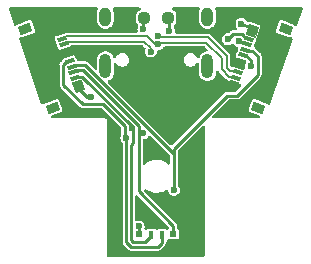
<source format=gbr>
%TF.GenerationSoftware,KiCad,Pcbnew,(6.0.9)*%
%TF.CreationDate,2022-11-22T20:55:08-05:00*%
%TF.ProjectId,040 055,30343020-3035-4352-9e6b-696361645f70,rev?*%
%TF.SameCoordinates,Original*%
%TF.FileFunction,Copper,L1,Top*%
%TF.FilePolarity,Positive*%
%FSLAX46Y46*%
G04 Gerber Fmt 4.6, Leading zero omitted, Abs format (unit mm)*
G04 Created by KiCad (PCBNEW (6.0.9)) date 2022-11-22 20:55:08*
%MOMM*%
%LPD*%
G01*
G04 APERTURE LIST*
G04 Aperture macros list*
%AMRoundRect*
0 Rectangle with rounded corners*
0 $1 Rounding radius*
0 $2 $3 $4 $5 $6 $7 $8 $9 X,Y pos of 4 corners*
0 Add a 4 corners polygon primitive as box body*
4,1,4,$2,$3,$4,$5,$6,$7,$8,$9,$2,$3,0*
0 Add four circle primitives for the rounded corners*
1,1,$1+$1,$2,$3*
1,1,$1+$1,$4,$5*
1,1,$1+$1,$6,$7*
1,1,$1+$1,$8,$9*
0 Add four rect primitives between the rounded corners*
20,1,$1+$1,$2,$3,$4,$5,0*
20,1,$1+$1,$4,$5,$6,$7,0*
20,1,$1+$1,$6,$7,$8,$9,0*
20,1,$1+$1,$8,$9,$2,$3,0*%
%AMRotRect*
0 Rectangle, with rotation*
0 The origin of the aperture is its center*
0 $1 length*
0 $2 width*
0 $3 Rotation angle, in degrees counterclockwise*
0 Add horizontal line*
21,1,$1,$2,0,0,$3*%
G04 Aperture macros list end*
%TA.AperFunction,NonConductor*%
%ADD10C,0.000010*%
%TD*%
%TA.AperFunction,NonConductor*%
%ADD11C,0.000100*%
%TD*%
%TA.AperFunction,NonConductor*%
%ADD12C,0.250000*%
%TD*%
%TA.AperFunction,SMDPad,CuDef*%
%ADD13RoundRect,0.237500X0.250000X0.237500X-0.250000X0.237500X-0.250000X-0.237500X0.250000X-0.237500X0*%
%TD*%
%TA.AperFunction,SMDPad,CuDef*%
%ADD14RotRect,0.355600X0.762000X289.000000*%
%TD*%
%TA.AperFunction,SMDPad,CuDef*%
%ADD15RotRect,0.750000X1.041400X289.000000*%
%TD*%
%TA.AperFunction,SMDPad,CuDef*%
%ADD16RotRect,0.355600X0.762000X71.000000*%
%TD*%
%TA.AperFunction,SMDPad,CuDef*%
%ADD17RotRect,0.750000X1.041400X71.000000*%
%TD*%
%TA.AperFunction,SMDPad,CuDef*%
%ADD18R,0.600000X0.500000*%
%TD*%
%TA.AperFunction,SMDPad,CuDef*%
%ADD19R,0.440000X0.750000*%
%TD*%
%TA.AperFunction,ComponentPad*%
%ADD20O,1.000000X1.600000*%
%TD*%
%TA.AperFunction,ComponentPad*%
%ADD21O,1.000000X2.100000*%
%TD*%
%TA.AperFunction,ViaPad*%
%ADD22C,0.600000*%
%TD*%
%TA.AperFunction,Conductor*%
%ADD23C,0.250000*%
%TD*%
%TA.AperFunction,Conductor*%
%ADD24C,0.200000*%
%TD*%
G04 APERTURE END LIST*
D10*
G36*
X147191949Y-66866293D02*
G01*
X146913393Y-67675278D01*
X146192907Y-67427195D01*
X146471463Y-66618210D01*
X147191949Y-66866293D01*
G37*
X147191949Y-66866293D02*
X146913393Y-67675278D01*
X146192907Y-67427195D01*
X146471463Y-66618210D01*
X147191949Y-66866293D01*
D11*
G36*
X132484934Y-72154789D02*
G01*
X131764448Y-72402872D01*
X131485892Y-71593887D01*
X132206378Y-71345804D01*
X132484934Y-72154789D01*
G37*
X132484934Y-72154789D02*
X131764448Y-72402872D01*
X131485892Y-71593887D01*
X132206378Y-71345804D01*
X132484934Y-72154789D01*
D12*
X145796000Y-66598800D02*
X146773820Y-66910365D01*
D13*
%TO.P,R2,1*%
%TO.N,GND*%
X141425000Y-66100000D03*
%TO.P,R2,2*%
%TO.N,Net-(J1-PadB5)*%
X139600000Y-66100000D03*
%TD*%
D14*
%TO.P,J2,1*%
%TO.N,GND*%
X130276180Y-66910365D03*
%TO.P,J2,2*%
X130438964Y-67383123D03*
%TO.P,J2,3*%
%TO.N,/data+*%
X130601749Y-67855884D03*
%TO.P,J2,4*%
%TO.N,/data-*%
X130764532Y-68328643D03*
%TO.P,J2,5*%
%TO.N,GND*%
X130927316Y-68801401D03*
%TO.P,J2,6*%
X131090101Y-69274161D03*
%TO.P,J2,7*%
%TO.N,/G*%
X131252885Y-69746920D03*
%TO.P,J2,8*%
%TO.N,/R*%
X131415669Y-70219681D03*
%TO.P,J2,9*%
%TO.N,/B*%
X131578453Y-70692439D03*
%TO.P,J2,10*%
%TO.N,/A*%
X131741237Y-71165197D03*
%TO.P,J2,11*%
%TO.N,+5V*%
X131904021Y-71637959D03*
%TO.P,J2,12*%
X132066805Y-72110717D03*
D15*
%TO.P,J2,13*%
%TO.N,N/C*%
X127513357Y-67026160D03*
%TO.P,J2,14*%
X129818380Y-73720433D03*
%TD*%
D16*
%TO.P,J3,1*%
%TO.N,GND*%
X144983195Y-72110717D03*
%TO.P,J3,2*%
X145145979Y-71637959D03*
%TO.P,J3,3*%
%TO.N,/data+*%
X145308763Y-71165197D03*
%TO.P,J3,4*%
%TO.N,/data-*%
X145471547Y-70692439D03*
%TO.P,J3,5*%
%TO.N,GND*%
X145634331Y-70219681D03*
%TO.P,J3,6*%
X145797115Y-69746920D03*
%TO.P,J3,7*%
%TO.N,/G*%
X145959899Y-69274161D03*
%TO.P,J3,8*%
%TO.N,/R*%
X146122684Y-68801401D03*
%TO.P,J3,9*%
%TO.N,/B*%
X146285468Y-68328643D03*
%TO.P,J3,10*%
%TO.N,/A*%
X146448251Y-67855884D03*
%TO.P,J3,11*%
%TO.N,+5V*%
X146611036Y-67383123D03*
%TO.P,J3,12*%
X146773820Y-66910365D03*
D17*
%TO.P,J3,13*%
%TO.N,N/C*%
X147231620Y-73720433D03*
%TO.P,J3,14*%
X149536643Y-67026160D03*
%TD*%
D13*
%TO.P,R1,1*%
%TO.N,Net-(J1-PadA5)*%
X137575000Y-66100000D03*
%TO.P,R1,2*%
%TO.N,GND*%
X135750000Y-66100000D03*
%TD*%
D18*
%TO.P,LED,1*%
%TO.N,/R*%
X137095000Y-84393500D03*
D19*
%TO.P,LED,2*%
%TO.N,/A*%
X138165000Y-84518500D03*
%TO.P,LED,3*%
%TO.N,/G*%
X139065000Y-84518500D03*
D18*
%TO.P,LED,4*%
%TO.N,/B*%
X140015000Y-84393500D03*
%TD*%
D20*
%TO.P,J1,S1*%
%TO.N,Net-(J1-PadS1)*%
X134280000Y-66000000D03*
D21*
X134280000Y-70180000D03*
D20*
X142920000Y-66000000D03*
D21*
X142920000Y-70180000D03*
%TD*%
D22*
%TO.N,GND*%
X139700000Y-73914000D03*
X144208500Y-65722500D03*
X147002500Y-65595500D03*
X129921000Y-70802500D03*
X145097500Y-73787000D03*
X144907000Y-68834000D03*
X135255000Y-66865500D03*
X133032500Y-74168000D03*
X141732000Y-77597000D03*
X141414500Y-67056000D03*
X137541000Y-73914000D03*
X138684000Y-83375500D03*
X132461000Y-68834000D03*
X147955000Y-68580000D03*
X140208000Y-85534500D03*
X147510500Y-72263000D03*
X133350000Y-66865500D03*
X137160000Y-82042000D03*
X138303000Y-77406500D03*
X131000500Y-73152000D03*
X136525000Y-66929000D03*
X135128000Y-80454500D03*
X136652000Y-68834000D03*
X133477000Y-68834000D03*
X143827500Y-67691000D03*
X149542500Y-65786000D03*
X135064500Y-85661500D03*
X132016500Y-66865500D03*
X141287500Y-72517000D03*
X135191500Y-68770500D03*
%TO.N,Net-(J1-PadA5)*%
X137500000Y-67050000D03*
%TO.N,Net-(J1-PadB5)*%
X139700000Y-67200000D03*
%TO.N,/R*%
X137096500Y-83756500D03*
X140081000Y-80645000D03*
%TO.N,/A*%
X136512550Y-75437450D03*
X144650000Y-67900000D03*
%TO.N,/G*%
X146600001Y-70150000D03*
X136062138Y-76237862D03*
%TO.N,/B*%
X137495399Y-75854601D03*
X145550000Y-68050000D03*
%TO.N,+5V*%
X145796000Y-66600000D03*
X133055638Y-72806838D03*
%TO.N,/data-*%
X138129479Y-68944021D03*
X138748314Y-67593188D03*
%TO.N,/data+*%
X138730521Y-68342979D03*
%TD*%
D23*
%TO.N,Net-(J1-PadA5)*%
X137500000Y-66175000D02*
X137575000Y-66100000D01*
X137500000Y-67050000D02*
X137500000Y-66175000D01*
%TO.N,Net-(J1-PadB5)*%
X139700000Y-67200000D02*
X139700000Y-66200000D01*
X139700000Y-66200000D02*
X139600000Y-66100000D01*
X139700000Y-67200000D02*
X139700000Y-67200000D01*
%TO.N,/R*%
X140100927Y-77174795D02*
X144597840Y-72677882D01*
X132553971Y-70100000D02*
X140100927Y-77646956D01*
X145399466Y-72677882D02*
X147175001Y-70902347D01*
X140081000Y-80645000D02*
X140081000Y-80220736D01*
X137095000Y-83758000D02*
X137096500Y-83756500D01*
X146725275Y-68872272D02*
X146701739Y-68895808D01*
X131750929Y-70100000D02*
X131725655Y-70125274D01*
X140081000Y-80220736D02*
X140100927Y-80200809D01*
X147175001Y-70902347D02*
X147175001Y-69321999D01*
X147175001Y-69321999D02*
X146725275Y-68872272D01*
X132553971Y-70100000D02*
X131750929Y-70100000D01*
X137095000Y-84393500D02*
X137095000Y-83758000D01*
X144597840Y-72677882D02*
X145399466Y-72677882D01*
X146701739Y-68895808D02*
X146432670Y-68895808D01*
X140100927Y-80200809D02*
X140100927Y-77174795D01*
%TO.N,/A*%
X136637139Y-75562039D02*
X136512550Y-75437450D01*
X136637139Y-76667703D02*
X136637139Y-75562039D01*
X145926789Y-67550000D02*
X146138267Y-67761478D01*
X136465671Y-84903671D02*
X136465671Y-76839171D01*
X138165000Y-84518500D02*
X138165000Y-84593000D01*
X136512550Y-75263052D02*
X136512550Y-75437450D01*
X145075001Y-67474999D02*
X144650000Y-67900000D01*
X145851788Y-67474999D02*
X145075001Y-67474999D01*
X132320292Y-71070794D02*
X136512550Y-75263052D01*
X145926789Y-67550000D02*
X145851788Y-67474999D01*
X132051222Y-71070794D02*
X132320292Y-71070794D01*
X136465671Y-76839171D02*
X136637139Y-76667703D01*
X137668000Y-85090000D02*
X136652000Y-85090000D01*
X136652000Y-85090000D02*
X136465671Y-84903671D01*
X138165000Y-84593000D02*
X137668000Y-85090000D01*
%TO.N,/G*%
X132354491Y-73381839D02*
X134065639Y-73381839D01*
X130722530Y-71749878D02*
X132354491Y-73381839D01*
X134065639Y-73381839D02*
X135937549Y-75253749D01*
X146600001Y-69698682D02*
X146269885Y-69368566D01*
X130722530Y-70061696D02*
X130722530Y-71749878D01*
X130942900Y-69841326D02*
X130722530Y-70061696D01*
X136062138Y-85065837D02*
X136486311Y-85490010D01*
X139065000Y-85143500D02*
X139065000Y-84518500D01*
X146600001Y-70150000D02*
X146600001Y-69698682D01*
X138718490Y-85490010D02*
X139065000Y-85143500D01*
X136486311Y-85490010D02*
X138718490Y-85490010D01*
X135937549Y-76113273D02*
X136062138Y-76237862D01*
X136062138Y-76237862D02*
X136062138Y-85065837D01*
X135937549Y-75253749D02*
X135937549Y-76113273D01*
%TO.N,/B*%
X137100000Y-75800000D02*
X137100000Y-80775500D01*
X137100000Y-80775500D02*
X140015000Y-83690500D01*
X137100000Y-75211727D02*
X132388273Y-70500000D01*
X145550000Y-68050000D02*
X145650000Y-68150000D01*
X137100000Y-75800000D02*
X137440798Y-75800000D01*
X137100000Y-75211727D02*
X137100000Y-75661584D01*
X131986474Y-70500000D02*
X131888442Y-70598032D01*
X137100000Y-75800000D02*
X137100000Y-75211727D01*
X145891243Y-68150000D02*
X145975479Y-68234236D01*
X145650000Y-68150000D02*
X145891243Y-68150000D01*
X140015000Y-83690500D02*
X140015000Y-84393500D01*
X137440798Y-75800000D02*
X137495399Y-75854601D01*
X132388273Y-70500000D02*
X131986474Y-70500000D01*
X137100000Y-75661584D02*
X137100000Y-75900000D01*
%TO.N,+5V*%
X132762926Y-72806838D02*
X132066805Y-72110717D01*
X133055638Y-72806838D02*
X132762926Y-72806838D01*
D24*
%TO.N,/data-*%
X139435999Y-67750001D02*
X139964001Y-67750001D01*
X138889313Y-67734187D02*
X139420185Y-67734187D01*
X139420185Y-67734187D02*
X139435999Y-67750001D01*
X137574801Y-68106500D02*
X131166903Y-68106500D01*
X139964001Y-67750001D02*
X139979815Y-67734187D01*
X139979815Y-67734187D02*
X142982387Y-67734187D01*
X144560500Y-70264800D02*
X144560500Y-70329000D01*
X145391108Y-70612000D02*
X145471547Y-70692439D01*
X144843500Y-70612000D02*
X145391108Y-70612000D01*
X138129479Y-68661178D02*
X137574801Y-68106500D01*
X131166903Y-68106500D02*
X131014167Y-68259236D01*
X142982387Y-67734187D02*
X144560500Y-69312300D01*
X138748314Y-67593188D02*
X138889313Y-67734187D01*
X144560500Y-70329000D02*
X144843500Y-70612000D01*
X138129479Y-68944021D02*
X138129479Y-68661178D01*
X144560500Y-70264800D02*
X144560500Y-70265500D01*
X144560500Y-69312300D02*
X144560500Y-70264800D01*
%TO.N,/data+*%
X138730521Y-68342979D02*
X138447678Y-68342979D01*
X140150393Y-68199992D02*
X140166198Y-68184187D01*
X142795987Y-68184187D02*
X144110500Y-69498700D01*
X137761199Y-67656500D02*
X130981357Y-67656500D01*
X139233802Y-68184187D02*
X139249607Y-68199992D01*
X144110500Y-69498700D02*
X144110500Y-70451200D01*
X144110500Y-70451200D02*
X144755094Y-71095794D01*
X138730521Y-68342979D02*
X138889313Y-68184187D01*
X139249607Y-68199992D02*
X140150393Y-68199992D01*
X130981357Y-67656500D02*
X130851379Y-67786478D01*
X138889313Y-68184187D02*
X139233802Y-68184187D01*
X140166198Y-68184187D02*
X142795987Y-68184187D01*
X138447678Y-68342979D02*
X137761199Y-67656500D01*
X144755094Y-71095794D02*
X145059132Y-71095794D01*
%TD*%
%TA.AperFunction,Conductor*%
%TO.N,GND*%
G36*
X133608454Y-65220185D02*
G01*
X133654209Y-65272989D01*
X133664153Y-65342147D01*
X133656944Y-65369544D01*
X133599240Y-65517543D01*
X133599237Y-65517554D01*
X133596524Y-65524513D01*
X133579500Y-65653826D01*
X133579500Y-66342516D01*
X133579948Y-66346217D01*
X133593825Y-66460890D01*
X133594724Y-66468320D01*
X133597368Y-66475317D01*
X133642148Y-66593823D01*
X133654655Y-66626923D01*
X133658892Y-66633087D01*
X133658892Y-66633088D01*
X133746451Y-66760487D01*
X133746454Y-66760490D01*
X133750688Y-66766651D01*
X133771499Y-66785193D01*
X133871131Y-66873962D01*
X133877279Y-66879440D01*
X133883885Y-66882938D01*
X133883887Y-66882939D01*
X133919330Y-66901705D01*
X134027119Y-66958776D01*
X134191559Y-67000081D01*
X134277752Y-67000532D01*
X134353632Y-67000930D01*
X134353633Y-67000930D01*
X134361105Y-67000969D01*
X134382765Y-66995769D01*
X134518705Y-66963132D01*
X134518707Y-66963131D01*
X134525968Y-66961388D01*
X134532601Y-66957965D01*
X134532605Y-66957963D01*
X134640714Y-66902163D01*
X134676631Y-66883625D01*
X134724005Y-66842298D01*
X134798760Y-66777086D01*
X134798762Y-66777084D01*
X134804396Y-66772169D01*
X134901887Y-66633453D01*
X134963476Y-66475487D01*
X134966547Y-66452163D01*
X134979971Y-66350194D01*
X134979971Y-66350191D01*
X134980500Y-66346174D01*
X134980500Y-65657484D01*
X134965276Y-65531680D01*
X134905345Y-65373077D01*
X134907076Y-65372423D01*
X134895355Y-65313415D01*
X134920954Y-65248404D01*
X134977637Y-65207552D01*
X135018859Y-65200500D01*
X137160776Y-65200500D01*
X137227815Y-65220185D01*
X137273570Y-65272989D01*
X137283514Y-65342147D01*
X137254489Y-65405703D01*
X137201864Y-65441494D01*
X137117732Y-65471039D01*
X137011789Y-65549289D01*
X136933539Y-65655232D01*
X136930468Y-65663978D01*
X136892405Y-65772365D01*
X136889899Y-65779500D01*
X136887000Y-65810167D01*
X136887001Y-66389832D01*
X136889899Y-66420500D01*
X136933539Y-66544768D01*
X137011789Y-66650711D01*
X137021123Y-66657605D01*
X137022669Y-66659643D01*
X137025799Y-66662773D01*
X137025369Y-66663203D01*
X137063352Y-66713267D01*
X137068785Y-66782925D01*
X137059696Y-66810046D01*
X137016447Y-66902163D01*
X137015088Y-66910888D01*
X137015088Y-66910890D01*
X137007349Y-66960597D01*
X136994391Y-67043823D01*
X137012980Y-67185979D01*
X137016537Y-67194063D01*
X137017819Y-67198655D01*
X137016888Y-67268518D01*
X136978333Y-67326787D01*
X136914396Y-67354962D01*
X136898387Y-67356000D01*
X131033818Y-67356000D01*
X131031028Y-67355795D01*
X131026015Y-67354074D01*
X131014580Y-67354503D01*
X131014578Y-67354503D01*
X130977033Y-67355913D01*
X130972381Y-67356000D01*
X130953409Y-67356000D01*
X130948696Y-67356878D01*
X130945068Y-67357113D01*
X130914149Y-67358274D01*
X130912534Y-67358968D01*
X130907928Y-67358673D01*
X130908220Y-67360821D01*
X130857501Y-67367724D01*
X130851744Y-67369706D01*
X130851741Y-67369707D01*
X130105439Y-67626679D01*
X130105437Y-67626680D01*
X130099672Y-67628665D01*
X130048162Y-67658705D01*
X130040770Y-67668427D01*
X130040768Y-67668428D01*
X130027626Y-67685711D01*
X129999882Y-67722197D01*
X129993626Y-67745959D01*
X129984112Y-67782097D01*
X129979574Y-67799332D01*
X129987615Y-67858417D01*
X129989599Y-67864179D01*
X129989600Y-67864183D01*
X130091154Y-68159118D01*
X130116245Y-68231987D01*
X130130761Y-68256877D01*
X130146512Y-68302622D01*
X130150398Y-68331176D01*
X130152382Y-68336938D01*
X130152383Y-68336942D01*
X130277042Y-68698979D01*
X130279028Y-68704746D01*
X130309068Y-68756256D01*
X130318790Y-68763648D01*
X130318791Y-68763650D01*
X130336171Y-68776865D01*
X130372560Y-68804536D01*
X130449696Y-68824844D01*
X130461798Y-68823197D01*
X130461799Y-68823197D01*
X130502736Y-68817626D01*
X130502740Y-68817625D01*
X130508780Y-68816803D01*
X130514548Y-68814817D01*
X131260842Y-68557848D01*
X131260844Y-68557847D01*
X131266609Y-68555862D01*
X131318119Y-68525822D01*
X131325511Y-68516100D01*
X131325513Y-68516099D01*
X131366399Y-68462330D01*
X131368419Y-68463866D01*
X131403854Y-68425014D01*
X131468219Y-68407000D01*
X137398968Y-68407000D01*
X137466007Y-68426685D01*
X137486649Y-68443319D01*
X137646211Y-68602881D01*
X137679696Y-68664204D01*
X137674712Y-68733896D01*
X137670781Y-68743244D01*
X137645926Y-68796184D01*
X137644567Y-68804909D01*
X137644567Y-68804911D01*
X137625344Y-68928374D01*
X137623870Y-68937844D01*
X137633164Y-69008922D01*
X137639260Y-69055533D01*
X137642459Y-69080000D01*
X137700199Y-69211224D01*
X137729561Y-69246154D01*
X137750469Y-69271027D01*
X137792449Y-69320969D01*
X137810622Y-69333066D01*
X137899439Y-69392188D01*
X137911792Y-69400411D01*
X137979446Y-69421547D01*
X138040201Y-69440528D01*
X138040202Y-69440528D01*
X138048636Y-69443163D01*
X138057471Y-69443325D01*
X138077278Y-69443688D01*
X138191978Y-69445791D01*
X138200494Y-69443469D01*
X138200496Y-69443469D01*
X138321777Y-69410404D01*
X138321780Y-69410403D01*
X138330296Y-69408081D01*
X138452470Y-69333066D01*
X138479615Y-69303077D01*
X138508624Y-69271027D01*
X138548679Y-69226775D01*
X138611189Y-69097754D01*
X138634975Y-68956375D01*
X138634980Y-68955941D01*
X138660137Y-68892039D01*
X138716817Y-68851183D01*
X138760319Y-68844149D01*
X138793020Y-68844749D01*
X138801536Y-68842427D01*
X138801538Y-68842427D01*
X138922819Y-68809362D01*
X138922822Y-68809361D01*
X138931338Y-68807039D01*
X139053512Y-68732024D01*
X139073434Y-68710015D01*
X139143793Y-68632282D01*
X139149721Y-68625733D01*
X139176517Y-68570426D01*
X139223462Y-68518677D01*
X139288109Y-68500492D01*
X140097938Y-68500492D01*
X140100724Y-68500697D01*
X140105735Y-68502417D01*
X140117171Y-68501988D01*
X140117173Y-68501988D01*
X140154701Y-68500579D01*
X140159352Y-68500492D01*
X140178341Y-68500492D01*
X140183055Y-68499614D01*
X140186685Y-68499379D01*
X140217601Y-68498218D01*
X140228119Y-68493699D01*
X140232016Y-68492821D01*
X140251551Y-68486859D01*
X140251641Y-68486842D01*
X140274656Y-68484687D01*
X142620154Y-68484687D01*
X142687193Y-68504372D01*
X142707835Y-68521006D01*
X142906570Y-68719741D01*
X142940055Y-68781064D01*
X142935071Y-68850756D01*
X142893199Y-68906689D01*
X142838737Y-68928374D01*
X142838895Y-68929031D01*
X142776459Y-68944021D01*
X142681295Y-68966868D01*
X142681293Y-68966869D01*
X142674032Y-68968612D01*
X142667399Y-68972035D01*
X142667395Y-68972037D01*
X142600465Y-69006583D01*
X142523369Y-69046375D01*
X142517737Y-69051288D01*
X142402003Y-69152249D01*
X142395604Y-69157831D01*
X142298113Y-69296547D01*
X142269156Y-69370817D01*
X142249377Y-69421547D01*
X142206684Y-69476856D01*
X142140867Y-69500304D01*
X142072820Y-69484446D01*
X142024150Y-69434317D01*
X142019286Y-69423956D01*
X142016641Y-69417570D01*
X141992698Y-69359767D01*
X141951191Y-69305674D01*
X141905395Y-69245992D01*
X141900451Y-69239549D01*
X141892339Y-69233324D01*
X141786680Y-69152249D01*
X141780233Y-69147302D01*
X141679812Y-69105706D01*
X141647745Y-69092423D01*
X141647743Y-69092422D01*
X141640236Y-69089313D01*
X141583048Y-69081784D01*
X141531740Y-69075029D01*
X141531736Y-69075029D01*
X141527720Y-69074500D01*
X141452280Y-69074500D01*
X141448264Y-69075029D01*
X141448260Y-69075029D01*
X141396952Y-69081784D01*
X141339764Y-69089313D01*
X141332257Y-69092422D01*
X141332255Y-69092423D01*
X141300188Y-69105706D01*
X141199767Y-69147302D01*
X141193320Y-69152249D01*
X141087662Y-69233324D01*
X141079549Y-69239549D01*
X141074605Y-69245992D01*
X141028809Y-69305674D01*
X140987302Y-69359767D01*
X140970467Y-69400411D01*
X140935933Y-69483783D01*
X140929313Y-69499764D01*
X140909534Y-69650000D01*
X140929313Y-69800236D01*
X140987302Y-69940233D01*
X141079549Y-70060451D01*
X141085992Y-70065395D01*
X141099695Y-70075910D01*
X141199767Y-70152698D01*
X141269765Y-70181692D01*
X141332255Y-70207577D01*
X141332257Y-70207578D01*
X141339764Y-70210687D01*
X141347823Y-70211748D01*
X141448260Y-70224971D01*
X141448264Y-70224971D01*
X141452280Y-70225500D01*
X141527720Y-70225500D01*
X141531736Y-70224971D01*
X141531740Y-70224971D01*
X141632177Y-70211748D01*
X141640236Y-70210687D01*
X141647743Y-70207578D01*
X141647745Y-70207577D01*
X141710234Y-70181693D01*
X141780233Y-70152698D01*
X141880305Y-70075910D01*
X141894008Y-70065395D01*
X141900451Y-70060451D01*
X141992698Y-69940233D01*
X141993540Y-69940879D01*
X142038680Y-69897838D01*
X142107287Y-69884616D01*
X142172152Y-69910584D01*
X142212680Y-69967498D01*
X142219500Y-70008054D01*
X142219500Y-70772516D01*
X142219948Y-70776217D01*
X142233491Y-70888129D01*
X142234724Y-70898320D01*
X142237368Y-70905317D01*
X142289028Y-71042031D01*
X142294655Y-71056923D01*
X142298892Y-71063087D01*
X142298892Y-71063088D01*
X142386451Y-71190487D01*
X142386454Y-71190490D01*
X142390688Y-71196651D01*
X142396272Y-71201626D01*
X142476084Y-71272736D01*
X142517279Y-71309440D01*
X142523885Y-71312938D01*
X142523887Y-71312939D01*
X142558261Y-71331139D01*
X142667119Y-71388776D01*
X142831559Y-71430081D01*
X142917752Y-71430532D01*
X142993632Y-71430930D01*
X142993633Y-71430930D01*
X143001105Y-71430969D01*
X143022765Y-71425769D01*
X143158705Y-71393132D01*
X143158707Y-71393131D01*
X143165968Y-71391388D01*
X143172601Y-71387965D01*
X143172605Y-71387963D01*
X143253111Y-71346410D01*
X143316631Y-71313625D01*
X143444396Y-71202169D01*
X143541887Y-71063453D01*
X143603476Y-70905487D01*
X143606474Y-70882717D01*
X143619971Y-70780194D01*
X143619971Y-70780191D01*
X143620500Y-70776174D01*
X143620500Y-70673442D01*
X143640185Y-70606403D01*
X143692989Y-70560648D01*
X143762147Y-70550704D01*
X143825703Y-70579729D01*
X143850422Y-70608971D01*
X143853009Y-70613221D01*
X143856464Y-70621263D01*
X143860478Y-70626149D01*
X143862770Y-70628441D01*
X143862862Y-70628557D01*
X143864651Y-70630530D01*
X143864517Y-70630651D01*
X143872246Y-70640429D01*
X143878023Y-70646800D01*
X143884032Y-70656548D01*
X143905925Y-70673196D01*
X143918540Y-70684211D01*
X144505516Y-71271187D01*
X144507342Y-71273302D01*
X144509669Y-71278063D01*
X144538133Y-71304467D01*
X144545598Y-71311392D01*
X144548949Y-71314620D01*
X144562371Y-71328042D01*
X144566324Y-71330754D01*
X144569055Y-71333152D01*
X144577651Y-71341126D01*
X144583347Y-71346410D01*
X144583349Y-71346411D01*
X144591740Y-71354195D01*
X144602374Y-71358438D01*
X144605850Y-71360635D01*
X144618049Y-71367149D01*
X144621799Y-71368811D01*
X144631240Y-71375287D01*
X144654825Y-71380884D01*
X144655369Y-71381013D01*
X144672684Y-71386489D01*
X144687587Y-71392435D01*
X144687594Y-71392437D01*
X144695716Y-71395677D01*
X144702009Y-71396294D01*
X144705251Y-71396294D01*
X144705400Y-71396311D01*
X144708069Y-71396442D01*
X144708060Y-71396623D01*
X144720444Y-71398072D01*
X144729024Y-71398491D01*
X144740160Y-71401134D01*
X144767399Y-71397427D01*
X144784120Y-71396294D01*
X144797200Y-71396294D01*
X144837570Y-71403050D01*
X145465534Y-71619275D01*
X145564515Y-71653357D01*
X145570555Y-71654179D01*
X145570559Y-71654180D01*
X145611496Y-71659751D01*
X145611497Y-71659751D01*
X145623599Y-71661398D01*
X145635410Y-71658289D01*
X145647601Y-71657543D01*
X145647753Y-71660030D01*
X145700468Y-71661514D01*
X145758160Y-71700927D01*
X145785385Y-71765275D01*
X145773499Y-71834126D01*
X145749880Y-71867142D01*
X145300959Y-72316063D01*
X145239636Y-72349548D01*
X145213278Y-72352382D01*
X144617456Y-72352382D01*
X144606648Y-72351910D01*
X144569033Y-72348619D01*
X144558553Y-72351427D01*
X144558552Y-72351427D01*
X144532552Y-72358393D01*
X144521995Y-72360734D01*
X144496567Y-72365218D01*
X144484795Y-72367294D01*
X144475401Y-72372717D01*
X144471948Y-72373974D01*
X144468631Y-72375521D01*
X144458156Y-72378328D01*
X144427222Y-72399988D01*
X144418101Y-72405799D01*
X144394777Y-72419265D01*
X144394775Y-72419266D01*
X144385385Y-72424688D01*
X144378413Y-72432997D01*
X144361108Y-72453620D01*
X144353800Y-72461595D01*
X139952527Y-76862868D01*
X139891204Y-76896353D01*
X139821512Y-76891369D01*
X139777165Y-76862868D01*
X134500697Y-71586400D01*
X134467212Y-71525077D01*
X134472196Y-71455385D01*
X134514068Y-71399452D01*
X134531506Y-71388530D01*
X134669989Y-71317054D01*
X134669994Y-71317051D01*
X134676631Y-71313625D01*
X134804396Y-71202169D01*
X134901887Y-71063453D01*
X134963476Y-70905487D01*
X134966474Y-70882717D01*
X134979971Y-70780194D01*
X134979971Y-70780191D01*
X134980500Y-70776174D01*
X134980500Y-70008054D01*
X135000185Y-69941015D01*
X135052989Y-69895260D01*
X135122147Y-69885316D01*
X135185703Y-69914341D01*
X135207167Y-69940337D01*
X135207302Y-69940233D01*
X135210211Y-69944025D01*
X135210221Y-69944037D01*
X135299549Y-70060451D01*
X135305992Y-70065395D01*
X135319695Y-70075910D01*
X135419767Y-70152698D01*
X135489765Y-70181692D01*
X135552255Y-70207577D01*
X135552257Y-70207578D01*
X135559764Y-70210687D01*
X135567823Y-70211748D01*
X135668260Y-70224971D01*
X135668264Y-70224971D01*
X135672280Y-70225500D01*
X135747720Y-70225500D01*
X135751736Y-70224971D01*
X135751740Y-70224971D01*
X135852177Y-70211748D01*
X135860236Y-70210687D01*
X135867743Y-70207578D01*
X135867745Y-70207577D01*
X135930234Y-70181693D01*
X136000233Y-70152698D01*
X136100305Y-70075910D01*
X136114008Y-70065395D01*
X136120451Y-70060451D01*
X136212698Y-69940233D01*
X136270687Y-69800236D01*
X136290466Y-69650000D01*
X136270687Y-69499764D01*
X136264068Y-69483783D01*
X136229533Y-69400411D01*
X136212698Y-69359767D01*
X136171191Y-69305674D01*
X136125395Y-69245992D01*
X136120451Y-69239549D01*
X136112339Y-69233324D01*
X136006680Y-69152249D01*
X136000233Y-69147302D01*
X135899812Y-69105706D01*
X135867745Y-69092423D01*
X135867743Y-69092422D01*
X135860236Y-69089313D01*
X135803048Y-69081784D01*
X135751740Y-69075029D01*
X135751736Y-69075029D01*
X135747720Y-69074500D01*
X135672280Y-69074500D01*
X135668264Y-69075029D01*
X135668260Y-69075029D01*
X135616952Y-69081784D01*
X135559764Y-69089313D01*
X135552257Y-69092422D01*
X135552255Y-69092423D01*
X135520188Y-69105706D01*
X135419767Y-69147302D01*
X135413320Y-69152249D01*
X135307662Y-69233324D01*
X135299549Y-69239549D01*
X135294605Y-69245992D01*
X135248809Y-69305674D01*
X135207302Y-69359767D01*
X135204191Y-69367276D01*
X135204190Y-69367279D01*
X135180450Y-69424593D01*
X135136609Y-69478997D01*
X135070315Y-69501062D01*
X135002616Y-69483783D01*
X134955005Y-69432646D01*
X134949894Y-69420972D01*
X134907989Y-69310074D01*
X134905345Y-69303077D01*
X134896657Y-69290436D01*
X134813549Y-69169513D01*
X134813546Y-69169510D01*
X134809312Y-69163349D01*
X134725910Y-69089040D01*
X134688303Y-69055533D01*
X134688301Y-69055532D01*
X134682721Y-69050560D01*
X134668347Y-69042949D01*
X134539489Y-68974723D01*
X134532881Y-68971224D01*
X134368441Y-68929919D01*
X134282248Y-68929468D01*
X134206368Y-68929070D01*
X134206367Y-68929070D01*
X134198895Y-68929031D01*
X134177235Y-68934231D01*
X134041295Y-68966868D01*
X134041293Y-68966869D01*
X134034032Y-68968612D01*
X134027399Y-68972035D01*
X134027395Y-68972037D01*
X133960465Y-69006583D01*
X133883369Y-69046375D01*
X133877737Y-69051288D01*
X133762003Y-69152249D01*
X133755604Y-69157831D01*
X133658113Y-69296547D01*
X133596524Y-69454513D01*
X133595548Y-69461923D01*
X133595548Y-69461925D01*
X133584798Y-69543586D01*
X133579500Y-69583826D01*
X133579500Y-70365841D01*
X133559815Y-70432880D01*
X133507011Y-70478635D01*
X133437853Y-70488579D01*
X133374297Y-70459554D01*
X133367819Y-70453522D01*
X132798021Y-69883724D01*
X132790712Y-69875749D01*
X132773398Y-69855115D01*
X132766426Y-69846806D01*
X132757034Y-69841384D01*
X132757032Y-69841382D01*
X132733714Y-69827920D01*
X132724588Y-69822106D01*
X132702539Y-69806667D01*
X132702540Y-69806667D01*
X132693655Y-69800446D01*
X132683180Y-69797639D01*
X132679871Y-69796096D01*
X132676413Y-69794838D01*
X132667016Y-69789412D01*
X132643006Y-69785179D01*
X132629828Y-69782855D01*
X132619281Y-69780517D01*
X132582778Y-69770736D01*
X132545152Y-69774028D01*
X132534344Y-69774500D01*
X131965836Y-69774500D01*
X131898797Y-69754815D01*
X131853042Y-69702011D01*
X131848592Y-69690870D01*
X131740375Y-69376584D01*
X131740374Y-69376582D01*
X131738389Y-69370817D01*
X131708349Y-69319307D01*
X131698627Y-69311915D01*
X131698626Y-69311913D01*
X131678418Y-69296547D01*
X131644857Y-69271027D01*
X131567721Y-69250719D01*
X131555619Y-69252366D01*
X131555618Y-69252366D01*
X131514681Y-69257937D01*
X131514677Y-69257938D01*
X131508637Y-69258760D01*
X131502870Y-69260746D01*
X131502869Y-69260746D01*
X130756575Y-69517715D01*
X130756573Y-69517716D01*
X130750808Y-69519701D01*
X130699298Y-69549741D01*
X130691906Y-69559463D01*
X130691904Y-69559464D01*
X130676436Y-69579806D01*
X130651018Y-69613233D01*
X130647909Y-69625042D01*
X130647908Y-69625044D01*
X130638235Y-69661786D01*
X130606003Y-69717896D01*
X130506242Y-69817658D01*
X130498266Y-69824966D01*
X130469336Y-69849241D01*
X130463914Y-69858633D01*
X130463912Y-69858635D01*
X130450450Y-69881953D01*
X130444636Y-69891079D01*
X130441708Y-69895260D01*
X130422976Y-69922012D01*
X130420169Y-69932487D01*
X130418626Y-69935796D01*
X130417368Y-69939254D01*
X130411942Y-69948651D01*
X130410058Y-69959337D01*
X130405385Y-69985839D01*
X130403047Y-69996386D01*
X130393266Y-70032889D01*
X130396110Y-70065395D01*
X130396558Y-70070515D01*
X130397030Y-70081323D01*
X130397030Y-71730251D01*
X130396558Y-71741059D01*
X130393266Y-71778685D01*
X130403047Y-71815188D01*
X130405385Y-71825735D01*
X130411942Y-71862923D01*
X130417368Y-71872320D01*
X130418626Y-71875778D01*
X130420169Y-71879087D01*
X130422976Y-71889562D01*
X130429197Y-71898446D01*
X130444636Y-71920495D01*
X130450450Y-71929621D01*
X130469336Y-71962333D01*
X130477646Y-71969306D01*
X130498274Y-71986615D01*
X130506249Y-71993923D01*
X132110446Y-73598121D01*
X132117755Y-73606096D01*
X132142036Y-73635033D01*
X132174758Y-73653925D01*
X132183871Y-73659731D01*
X132205920Y-73675170D01*
X132205922Y-73675171D01*
X132214807Y-73681392D01*
X132225285Y-73684200D01*
X132228616Y-73685753D01*
X132232052Y-73687004D01*
X132241446Y-73692427D01*
X132252127Y-73694310D01*
X132252129Y-73694311D01*
X132278645Y-73698986D01*
X132289197Y-73701325D01*
X132325684Y-73711102D01*
X132363302Y-73707811D01*
X132374109Y-73707339D01*
X133879451Y-73707339D01*
X133946490Y-73727024D01*
X133967132Y-73743658D01*
X135575730Y-75352256D01*
X135609215Y-75413579D01*
X135612049Y-75439937D01*
X135612049Y-75991090D01*
X135600293Y-76043789D01*
X135578585Y-76090025D01*
X135577226Y-76098750D01*
X135577226Y-76098752D01*
X135557888Y-76222955D01*
X135556529Y-76231685D01*
X135557675Y-76240447D01*
X135572834Y-76356371D01*
X135575118Y-76373841D01*
X135632858Y-76505065D01*
X135638543Y-76511828D01*
X135707558Y-76593932D01*
X135735627Y-76657916D01*
X135736638Y-76673720D01*
X135736638Y-85046210D01*
X135736166Y-85057018D01*
X135732874Y-85094644D01*
X135742655Y-85131147D01*
X135744993Y-85141694D01*
X135751550Y-85178882D01*
X135756976Y-85188279D01*
X135758234Y-85191737D01*
X135759777Y-85195046D01*
X135762584Y-85205521D01*
X135768805Y-85214405D01*
X135784244Y-85236454D01*
X135790058Y-85245580D01*
X135796389Y-85256545D01*
X135808944Y-85278292D01*
X135837895Y-85302585D01*
X135845856Y-85309881D01*
X136242266Y-85706292D01*
X136249574Y-85714266D01*
X136273856Y-85743204D01*
X136283251Y-85748628D01*
X136283252Y-85748629D01*
X136306572Y-85762093D01*
X136315690Y-85767902D01*
X136346627Y-85789564D01*
X136357102Y-85792371D01*
X136360419Y-85793918D01*
X136363872Y-85795175D01*
X136373266Y-85800598D01*
X136383950Y-85802482D01*
X136410466Y-85807158D01*
X136421023Y-85809499D01*
X136447023Y-85816465D01*
X136447024Y-85816465D01*
X136457504Y-85819273D01*
X136468308Y-85818328D01*
X136468311Y-85818328D01*
X136495122Y-85815982D01*
X136505929Y-85815510D01*
X138698863Y-85815510D01*
X138709671Y-85815982D01*
X138747297Y-85819274D01*
X138783800Y-85809493D01*
X138794347Y-85807155D01*
X138807525Y-85804831D01*
X138831535Y-85800598D01*
X138840932Y-85795172D01*
X138844390Y-85793914D01*
X138847699Y-85792371D01*
X138858174Y-85789564D01*
X138889107Y-85767904D01*
X138898233Y-85762090D01*
X138921551Y-85748628D01*
X138921553Y-85748626D01*
X138930945Y-85743204D01*
X138955228Y-85714265D01*
X138962535Y-85706291D01*
X139281276Y-85387550D01*
X139289251Y-85380241D01*
X139309885Y-85362927D01*
X139318194Y-85355955D01*
X139337080Y-85323243D01*
X139342894Y-85314117D01*
X139358331Y-85292071D01*
X139364554Y-85283184D01*
X139367361Y-85272709D01*
X139368908Y-85269392D01*
X139370165Y-85265939D01*
X139375588Y-85256545D01*
X139382148Y-85219345D01*
X139384489Y-85208788D01*
X139391455Y-85182788D01*
X139391455Y-85182787D01*
X139394263Y-85172307D01*
X139393318Y-85161502D01*
X139393318Y-85161499D01*
X139391070Y-85135805D01*
X139404837Y-85067305D01*
X139423301Y-85042229D01*
X139429552Y-85038052D01*
X139473867Y-84971731D01*
X139482875Y-84926444D01*
X139515259Y-84864533D01*
X139575975Y-84829959D01*
X139636283Y-84834812D01*
X139636769Y-84832367D01*
X139695252Y-84844000D01*
X140334748Y-84844000D01*
X140362674Y-84838445D01*
X140381253Y-84834750D01*
X140381255Y-84834749D01*
X140393231Y-84832367D01*
X140459552Y-84788052D01*
X140503867Y-84721731D01*
X140515500Y-84663248D01*
X140515500Y-84123752D01*
X140503867Y-84065269D01*
X140459552Y-83998948D01*
X140395609Y-83956222D01*
X140350804Y-83902609D01*
X140340500Y-83853120D01*
X140340500Y-83710128D01*
X140340972Y-83699320D01*
X140343319Y-83672500D01*
X140343319Y-83672497D01*
X140344264Y-83661694D01*
X140334487Y-83625203D01*
X140332146Y-83614645D01*
X140327472Y-83588140D01*
X140325588Y-83577455D01*
X140320163Y-83568058D01*
X140318904Y-83564600D01*
X140317361Y-83561291D01*
X140314554Y-83550816D01*
X140292894Y-83519883D01*
X140287080Y-83510757D01*
X140273618Y-83487439D01*
X140273616Y-83487437D01*
X140268194Y-83478045D01*
X140239255Y-83453762D01*
X140231281Y-83446455D01*
X137579958Y-80795132D01*
X137546473Y-80733809D01*
X137551457Y-80664117D01*
X137593329Y-80608184D01*
X137658793Y-80583767D01*
X137727066Y-80598619D01*
X137746846Y-80612045D01*
X137793953Y-80651154D01*
X137992790Y-80767345D01*
X137997543Y-80769160D01*
X137997545Y-80769161D01*
X138049669Y-80789065D01*
X138207934Y-80849501D01*
X138212920Y-80850515D01*
X138212922Y-80850516D01*
X138283822Y-80864940D01*
X138433607Y-80895414D01*
X138583235Y-80900901D01*
X138658670Y-80903667D01*
X138658673Y-80903667D01*
X138663749Y-80903853D01*
X138892178Y-80874591D01*
X138897048Y-80873130D01*
X139107892Y-80809874D01*
X139107895Y-80809873D01*
X139112761Y-80808413D01*
X139117324Y-80806177D01*
X139117328Y-80806176D01*
X139265046Y-80733809D01*
X139319574Y-80707096D01*
X139393556Y-80654325D01*
X139459566Y-80631421D01*
X139527479Y-80647840D01*
X139575735Y-80698369D01*
X139588517Y-80739199D01*
X139592435Y-80769161D01*
X139593980Y-80780979D01*
X139651720Y-80912203D01*
X139743970Y-81021948D01*
X139863313Y-81101390D01*
X139959809Y-81131537D01*
X139991722Y-81141507D01*
X139991723Y-81141507D01*
X140000157Y-81144142D01*
X140008992Y-81144304D01*
X140028799Y-81144667D01*
X140143499Y-81146770D01*
X140152015Y-81144448D01*
X140152017Y-81144448D01*
X140273298Y-81111383D01*
X140273301Y-81111382D01*
X140281817Y-81109060D01*
X140403991Y-81034045D01*
X140420582Y-81015716D01*
X140494272Y-80934303D01*
X140500200Y-80927754D01*
X140562710Y-80798733D01*
X140586496Y-80657354D01*
X140586647Y-80645000D01*
X140585763Y-80638823D01*
X140567575Y-80511824D01*
X140566323Y-80503082D01*
X140506984Y-80372572D01*
X140458348Y-80316128D01*
X140429500Y-80252493D01*
X140429012Y-80234015D01*
X140430191Y-80229616D01*
X140426899Y-80191990D01*
X140426427Y-80181182D01*
X140426427Y-77666584D01*
X140426899Y-77655776D01*
X140429246Y-77628956D01*
X140429246Y-77628953D01*
X140430191Y-77618150D01*
X140427384Y-77607674D01*
X140426899Y-77602132D01*
X140426427Y-77591326D01*
X140426427Y-77360983D01*
X140446112Y-77293944D01*
X140462746Y-77273302D01*
X142487819Y-75248230D01*
X142549142Y-75214745D01*
X142618834Y-75219729D01*
X142674767Y-75261601D01*
X142699184Y-75327065D01*
X142699500Y-75335911D01*
X142699500Y-86175500D01*
X142679815Y-86242539D01*
X142627011Y-86288294D01*
X142575500Y-86299500D01*
X134524500Y-86299500D01*
X134457461Y-86279815D01*
X134411706Y-86227011D01*
X134400500Y-86175500D01*
X134400500Y-74805893D01*
X134400533Y-74768403D01*
X134400533Y-74768402D01*
X134400545Y-74754438D01*
X134394500Y-74741848D01*
X134393483Y-74737373D01*
X134390406Y-74728561D01*
X134388418Y-74724430D01*
X134385312Y-74710816D01*
X134376608Y-74699894D01*
X134374459Y-74695428D01*
X134370075Y-74688439D01*
X134366991Y-74684562D01*
X134360948Y-74671977D01*
X134350043Y-74663256D01*
X134347189Y-74659668D01*
X134340599Y-74653065D01*
X134337008Y-74650199D01*
X134328305Y-74639277D01*
X134315726Y-74633210D01*
X134311855Y-74630120D01*
X134304872Y-74625722D01*
X134300413Y-74623566D01*
X134289508Y-74614845D01*
X134275900Y-74611716D01*
X134271771Y-74609720D01*
X134262963Y-74606627D01*
X134258490Y-74605603D01*
X134245913Y-74599536D01*
X134222845Y-74599516D01*
X134222847Y-74597439D01*
X134222781Y-74597424D01*
X134222781Y-74599501D01*
X134205892Y-74599501D01*
X134154437Y-74599456D01*
X134154441Y-74594712D01*
X134154343Y-74594706D01*
X134154343Y-74599501D01*
X129774055Y-74599501D01*
X129707016Y-74579816D01*
X129661261Y-74527012D01*
X129651317Y-74457854D01*
X129680342Y-74394298D01*
X129733684Y-74358257D01*
X129820180Y-74328474D01*
X130516748Y-74088626D01*
X130568258Y-74058587D01*
X130575651Y-74048865D01*
X130609146Y-74004816D01*
X130609147Y-74004814D01*
X130616538Y-73995094D01*
X130620915Y-73978469D01*
X130633737Y-73929770D01*
X130633737Y-73929767D01*
X130636846Y-73917959D01*
X130628805Y-73858875D01*
X130571493Y-73692427D01*
X130373757Y-73118159D01*
X130373756Y-73118157D01*
X130371771Y-73112392D01*
X130341731Y-73060882D01*
X130332009Y-73053490D01*
X130332008Y-73053488D01*
X130313876Y-73039701D01*
X130278239Y-73012602D01*
X130266429Y-73009493D01*
X130266428Y-73009492D01*
X130239183Y-73002319D01*
X130201103Y-72992293D01*
X130189000Y-72993940D01*
X130188998Y-72993940D01*
X130158582Y-72998080D01*
X130142019Y-73000334D01*
X129120012Y-73352240D01*
X129096233Y-73366107D01*
X129079052Y-73376126D01*
X129079051Y-73376127D01*
X129068502Y-73382279D01*
X129061109Y-73392002D01*
X129056382Y-73396184D01*
X128993130Y-73425864D01*
X128923872Y-73416635D01*
X128870599Y-73371428D01*
X128857066Y-73343959D01*
X126972655Y-67912420D01*
X126969279Y-67842632D01*
X127004168Y-67782097D01*
X127066247Y-67750034D01*
X127106576Y-67751371D01*
X127106633Y-67750444D01*
X127118820Y-67751190D01*
X127130634Y-67754300D01*
X127142737Y-67752653D01*
X127142739Y-67752653D01*
X127173155Y-67748513D01*
X127189718Y-67746259D01*
X128211725Y-67394353D01*
X128263235Y-67364314D01*
X128270628Y-67354592D01*
X128304123Y-67310543D01*
X128304124Y-67310541D01*
X128311515Y-67300821D01*
X128322603Y-67258706D01*
X128328714Y-67235497D01*
X128328714Y-67235494D01*
X128331823Y-67223686D01*
X128329063Y-67203405D01*
X128324605Y-67170646D01*
X128324604Y-67170642D01*
X128323782Y-67164602D01*
X128321796Y-67158834D01*
X128068734Y-66423886D01*
X128068733Y-66423884D01*
X128066748Y-66418119D01*
X128036708Y-66366609D01*
X128026986Y-66359217D01*
X128026985Y-66359215D01*
X128000121Y-66338788D01*
X127973216Y-66318329D01*
X127961406Y-66315220D01*
X127961405Y-66315219D01*
X127934160Y-66308046D01*
X127896080Y-66298020D01*
X127883977Y-66299667D01*
X127883975Y-66299667D01*
X127853559Y-66303807D01*
X127836996Y-66306061D01*
X126814989Y-66657967D01*
X126763479Y-66688006D01*
X126755442Y-66698575D01*
X126753565Y-66699959D01*
X126746939Y-66705821D01*
X126746415Y-66705228D01*
X126699198Y-66740024D01*
X126629471Y-66744486D01*
X126568401Y-66710542D01*
X126539587Y-66664165D01*
X126524239Y-66619927D01*
X126088906Y-65365143D01*
X126085530Y-65295356D01*
X126120419Y-65234821D01*
X126182498Y-65202758D01*
X126206056Y-65200500D01*
X133541415Y-65200500D01*
X133608454Y-65220185D01*
G37*
%TD.AperFunction*%
%TA.AperFunction,Conductor*%
G36*
X136996374Y-81132646D02*
G01*
X137002852Y-81138678D01*
X139639053Y-83774879D01*
X139672538Y-83836202D01*
X139667554Y-83905894D01*
X139620265Y-83965661D01*
X139570449Y-83998948D01*
X139568268Y-83995684D01*
X139526358Y-84018569D01*
X139456666Y-84013585D01*
X139430856Y-83996997D01*
X139429552Y-83998948D01*
X139373385Y-83961418D01*
X139373386Y-83961418D01*
X139363231Y-83954633D01*
X139351255Y-83952251D01*
X139351253Y-83952250D01*
X139332674Y-83948555D01*
X139304748Y-83943000D01*
X138825252Y-83943000D01*
X138797326Y-83948555D01*
X138778747Y-83952250D01*
X138778745Y-83952251D01*
X138766769Y-83954633D01*
X138700448Y-83998948D01*
X138697970Y-84002656D01*
X138641358Y-84033569D01*
X138571666Y-84028585D01*
X138532563Y-84003454D01*
X138529552Y-83998948D01*
X138463231Y-83954633D01*
X138451255Y-83952251D01*
X138451253Y-83952250D01*
X138432674Y-83948555D01*
X138404748Y-83943000D01*
X137925252Y-83943000D01*
X137897326Y-83948555D01*
X137878747Y-83952250D01*
X137878745Y-83952251D01*
X137866769Y-83954633D01*
X137800448Y-83998948D01*
X137793664Y-84009101D01*
X137788960Y-84013805D01*
X137727637Y-84047290D01*
X137657945Y-84042306D01*
X137602012Y-84000434D01*
X137577595Y-83934970D01*
X137578998Y-83905551D01*
X137601200Y-83773584D01*
X137601996Y-83768854D01*
X137602147Y-83756500D01*
X137593959Y-83699320D01*
X137583075Y-83623324D01*
X137581823Y-83614582D01*
X137522484Y-83484072D01*
X137511283Y-83471072D01*
X137490071Y-83446455D01*
X137428900Y-83375463D01*
X137308595Y-83297485D01*
X137171239Y-83256407D01*
X137162405Y-83256353D01*
X137073857Y-83255812D01*
X137027876Y-83255531D01*
X136949245Y-83278004D01*
X136879379Y-83277500D01*
X136820875Y-83239303D01*
X136792309Y-83175539D01*
X136791171Y-83158778D01*
X136791171Y-81226359D01*
X136810856Y-81159320D01*
X136863660Y-81113565D01*
X136932818Y-81103621D01*
X136996374Y-81132646D01*
G37*
%TD.AperFunction*%
%TA.AperFunction,Conductor*%
G36*
X138107231Y-76113586D02*
G01*
X139739108Y-77745463D01*
X139772593Y-77806786D01*
X139775427Y-77833144D01*
X139775427Y-78390205D01*
X139755742Y-78457244D01*
X139702938Y-78502999D01*
X139633780Y-78512943D01*
X139570224Y-78483918D01*
X139565607Y-78479412D01*
X139565559Y-78479463D01*
X139561831Y-78475987D01*
X139558412Y-78472229D01*
X139554427Y-78469082D01*
X139554424Y-78469079D01*
X139381672Y-78332648D01*
X139381673Y-78332648D01*
X139377681Y-78329496D01*
X139373235Y-78327042D01*
X139373231Y-78327039D01*
X139180520Y-78220657D01*
X139180517Y-78220656D01*
X139176065Y-78218198D01*
X138958978Y-78141323D01*
X138904575Y-78131632D01*
X138737260Y-78101829D01*
X138737255Y-78101829D01*
X138732250Y-78100937D01*
X138641875Y-78099833D01*
X138507061Y-78098185D01*
X138507059Y-78098185D01*
X138501971Y-78098123D01*
X138496942Y-78098893D01*
X138496936Y-78098893D01*
X138366950Y-78118784D01*
X138274325Y-78132958D01*
X138055424Y-78204506D01*
X138050910Y-78206856D01*
X137855664Y-78308494D01*
X137855658Y-78308498D01*
X137851149Y-78310845D01*
X137666984Y-78449119D01*
X137663469Y-78452798D01*
X137663466Y-78452800D01*
X137639148Y-78478248D01*
X137578601Y-78513116D01*
X137508814Y-78509714D01*
X137451945Y-78469123D01*
X137426049Y-78404229D01*
X137425500Y-78392579D01*
X137425500Y-76480238D01*
X137445185Y-76413199D01*
X137497989Y-76367444D01*
X137540464Y-76358610D01*
X137540301Y-76357301D01*
X137549069Y-76356209D01*
X137557898Y-76356371D01*
X137566414Y-76354049D01*
X137566416Y-76354049D01*
X137687697Y-76320984D01*
X137687700Y-76320983D01*
X137696216Y-76318661D01*
X137818390Y-76243646D01*
X137829217Y-76231685D01*
X137908674Y-76143901D01*
X137914599Y-76137355D01*
X137917549Y-76131267D01*
X137970554Y-76087358D01*
X138039916Y-76078951D01*
X138107231Y-76113586D01*
G37*
%TD.AperFunction*%
%TA.AperFunction,Conductor*%
G36*
X142248454Y-65220184D02*
G01*
X142294209Y-65272988D01*
X142304153Y-65342146D01*
X142296945Y-65369542D01*
X142236524Y-65524513D01*
X142219500Y-65653826D01*
X142219500Y-66342516D01*
X142219948Y-66346217D01*
X142233825Y-66460890D01*
X142234724Y-66468320D01*
X142237368Y-66475317D01*
X142282148Y-66593823D01*
X142294655Y-66626923D01*
X142298892Y-66633087D01*
X142298892Y-66633088D01*
X142386451Y-66760487D01*
X142386454Y-66760490D01*
X142390688Y-66766651D01*
X142411499Y-66785193D01*
X142511131Y-66873962D01*
X142517279Y-66879440D01*
X142523885Y-66882938D01*
X142523887Y-66882939D01*
X142559330Y-66901705D01*
X142667119Y-66958776D01*
X142831559Y-67000081D01*
X142917752Y-67000532D01*
X142993632Y-67000930D01*
X142993633Y-67000930D01*
X143001105Y-67000969D01*
X143022765Y-66995769D01*
X143158705Y-66963132D01*
X143158707Y-66963131D01*
X143165968Y-66961388D01*
X143172601Y-66957965D01*
X143172605Y-66957963D01*
X143280714Y-66902163D01*
X143316631Y-66883625D01*
X143364005Y-66842298D01*
X143438760Y-66777086D01*
X143438762Y-66777084D01*
X143444396Y-66772169D01*
X143541887Y-66633453D01*
X143603476Y-66475487D01*
X143606547Y-66452163D01*
X143619971Y-66350194D01*
X143619971Y-66350191D01*
X143620500Y-66346174D01*
X143620500Y-65657484D01*
X143605276Y-65531680D01*
X143545345Y-65373077D01*
X143547078Y-65372422D01*
X143535354Y-65313424D01*
X143560947Y-65248411D01*
X143617627Y-65207555D01*
X143658858Y-65200499D01*
X150893944Y-65200499D01*
X150960983Y-65220184D01*
X151006738Y-65272988D01*
X151016682Y-65342146D01*
X151011095Y-65365140D01*
X150544747Y-66709319D01*
X150504177Y-66766202D01*
X150439293Y-66792121D01*
X150370696Y-66778847D01*
X150328893Y-66743730D01*
X150328863Y-66743690D01*
X150286521Y-66688006D01*
X150235011Y-66657967D01*
X149213004Y-66306061D01*
X149196441Y-66303807D01*
X149166025Y-66299667D01*
X149166023Y-66299667D01*
X149153920Y-66298020D01*
X149115840Y-66308046D01*
X149088595Y-66315219D01*
X149088594Y-66315220D01*
X149076784Y-66318329D01*
X149049879Y-66338788D01*
X149023015Y-66359215D01*
X149023014Y-66359217D01*
X149013292Y-66366609D01*
X148983252Y-66418119D01*
X148981267Y-66423884D01*
X148981266Y-66423886D01*
X148728204Y-67158834D01*
X148726218Y-67164602D01*
X148725396Y-67170642D01*
X148725395Y-67170646D01*
X148720937Y-67203405D01*
X148718177Y-67223686D01*
X148721286Y-67235494D01*
X148721286Y-67235497D01*
X148727397Y-67258706D01*
X148738485Y-67300821D01*
X148745876Y-67310541D01*
X148745877Y-67310543D01*
X148779372Y-67354592D01*
X148786765Y-67364314D01*
X148838275Y-67394353D01*
X149860282Y-67746259D01*
X149876845Y-67748513D01*
X149907261Y-67752653D01*
X149907263Y-67752653D01*
X149919366Y-67754300D01*
X149983649Y-67737375D01*
X150053491Y-67739341D01*
X150111183Y-67778755D01*
X150138407Y-67843103D01*
X150132371Y-67897932D01*
X148227722Y-73387807D01*
X148187151Y-73444691D01*
X148122267Y-73470610D01*
X148053670Y-73457336D01*
X148011868Y-73422219D01*
X147981498Y-73382279D01*
X147929988Y-73352240D01*
X146907981Y-73000334D01*
X146891418Y-72998080D01*
X146861002Y-72993940D01*
X146861000Y-72993940D01*
X146848897Y-72992293D01*
X146810817Y-73002319D01*
X146783572Y-73009492D01*
X146783571Y-73009493D01*
X146771761Y-73012602D01*
X146736124Y-73039701D01*
X146717992Y-73053488D01*
X146717991Y-73053490D01*
X146708269Y-73060882D01*
X146678229Y-73112392D01*
X146676244Y-73118157D01*
X146676243Y-73118159D01*
X146478507Y-73692427D01*
X146421195Y-73858875D01*
X146413154Y-73917959D01*
X146416263Y-73929767D01*
X146416263Y-73929770D01*
X146429085Y-73978469D01*
X146433462Y-73995094D01*
X146440853Y-74004814D01*
X146440854Y-74004816D01*
X146474349Y-74048865D01*
X146481742Y-74058587D01*
X146533252Y-74088626D01*
X147229820Y-74328474D01*
X147316313Y-74358256D01*
X147373291Y-74398694D01*
X147399362Y-74463517D01*
X147386248Y-74532145D01*
X147338112Y-74582789D01*
X147275942Y-74599500D01*
X143435911Y-74599500D01*
X143368872Y-74579815D01*
X143323117Y-74527011D01*
X143313173Y-74457853D01*
X143342198Y-74394297D01*
X143348230Y-74387819D01*
X144696348Y-73039701D01*
X144757671Y-73006216D01*
X144784029Y-73003382D01*
X145379839Y-73003382D01*
X145390647Y-73003854D01*
X145428273Y-73007146D01*
X145464776Y-72997365D01*
X145475323Y-72995027D01*
X145490828Y-72992293D01*
X145512511Y-72988470D01*
X145521908Y-72983044D01*
X145525366Y-72981786D01*
X145528675Y-72980243D01*
X145539150Y-72977436D01*
X145570083Y-72955776D01*
X145579209Y-72949962D01*
X145602527Y-72936500D01*
X145602529Y-72936498D01*
X145611921Y-72931076D01*
X145636204Y-72902137D01*
X145643511Y-72894163D01*
X147391277Y-71146397D01*
X147399252Y-71139088D01*
X147419886Y-71121774D01*
X147428195Y-71114802D01*
X147440534Y-71093431D01*
X147447081Y-71082090D01*
X147452895Y-71072964D01*
X147468334Y-71050915D01*
X147474555Y-71042031D01*
X147477362Y-71031556D01*
X147478905Y-71028247D01*
X147480163Y-71024789D01*
X147485589Y-71015392D01*
X147492146Y-70978204D01*
X147494484Y-70967657D01*
X147504265Y-70931154D01*
X147500973Y-70893524D01*
X147500501Y-70882717D01*
X147500501Y-69341615D01*
X147500973Y-69330807D01*
X147502969Y-69307992D01*
X147504264Y-69293192D01*
X147501456Y-69282711D01*
X147494490Y-69256711D01*
X147492149Y-69246154D01*
X147487473Y-69219638D01*
X147485589Y-69208954D01*
X147480166Y-69199560D01*
X147478909Y-69196107D01*
X147477362Y-69192790D01*
X147474555Y-69182315D01*
X147452895Y-69151382D01*
X147447081Y-69142256D01*
X147433619Y-69118938D01*
X147433617Y-69118936D01*
X147428195Y-69109544D01*
X147399244Y-69085251D01*
X147391283Y-69077955D01*
X147279579Y-68966250D01*
X146935304Y-68621974D01*
X146914855Y-68601525D01*
X146905022Y-68596940D01*
X146903463Y-68595848D01*
X146859839Y-68541270D01*
X146852647Y-68471772D01*
X146857344Y-68453904D01*
X146875295Y-68401770D01*
X146899602Y-68331176D01*
X146903488Y-68302622D01*
X146919239Y-68256877D01*
X146933755Y-68231987D01*
X146998462Y-68044065D01*
X147060399Y-67864185D01*
X147060399Y-67864184D01*
X147062385Y-67858417D01*
X147065635Y-67834537D01*
X147081514Y-67790493D01*
X147087993Y-67783957D01*
X147095522Y-67762152D01*
X147097217Y-67762737D01*
X147097224Y-67762671D01*
X147095557Y-67762097D01*
X147098978Y-67752163D01*
X147101149Y-67745859D01*
X147117851Y-67697489D01*
X147122338Y-67699038D01*
X147122375Y-67698949D01*
X147117839Y-67697387D01*
X147379635Y-66937077D01*
X147379670Y-66936975D01*
X147391849Y-66901705D01*
X147391849Y-66901704D01*
X147396407Y-66888504D01*
X147394790Y-66874632D01*
X147394868Y-66873915D01*
X147394772Y-66872830D01*
X147394710Y-66871807D01*
X147395447Y-66868589D01*
X147395793Y-66865399D01*
X147395156Y-66859978D01*
X147395995Y-66853813D01*
X147395264Y-66851035D01*
X147396205Y-66842298D01*
X147391534Y-66829143D01*
X147390956Y-66824225D01*
X147389082Y-66816172D01*
X147387431Y-66811509D01*
X147385814Y-66797642D01*
X147378418Y-66785965D01*
X147378204Y-66785455D01*
X147377401Y-66783189D01*
X147375687Y-66776678D01*
X147371406Y-66771048D01*
X147370302Y-66769308D01*
X147370258Y-66769230D01*
X147365594Y-66756095D01*
X147355679Y-66746266D01*
X147353025Y-66742084D01*
X147347846Y-66735642D01*
X147344336Y-66732157D01*
X147336865Y-66720362D01*
X147329255Y-66715616D01*
X147327407Y-66713186D01*
X147322136Y-66710112D01*
X147318430Y-66706432D01*
X147315041Y-66704322D01*
X147312455Y-66703139D01*
X147312266Y-66702971D01*
X147311078Y-66701856D01*
X147310546Y-66701525D01*
X147300628Y-66691693D01*
X147287431Y-66687136D01*
X147287429Y-66687135D01*
X147278823Y-66684164D01*
X147279501Y-66682201D01*
X147279439Y-66682163D01*
X147278763Y-66684127D01*
X147262648Y-66678578D01*
X147262545Y-66678543D01*
X147220907Y-66664165D01*
X147214160Y-66661835D01*
X147214057Y-66661847D01*
X147092312Y-66619927D01*
X146542574Y-66430637D01*
X146542472Y-66430602D01*
X146506874Y-66418310D01*
X146493674Y-66413752D01*
X146479803Y-66415369D01*
X146479085Y-66415291D01*
X146478000Y-66415387D01*
X146476977Y-66415449D01*
X146473759Y-66414712D01*
X146470571Y-66414366D01*
X146465150Y-66415003D01*
X146458984Y-66414164D01*
X146456206Y-66414895D01*
X146447468Y-66413954D01*
X146434311Y-66418626D01*
X146429399Y-66419203D01*
X146421344Y-66421077D01*
X146416679Y-66422729D01*
X146402812Y-66424346D01*
X146399857Y-66426218D01*
X146338339Y-66429590D01*
X146329066Y-66427027D01*
X146309174Y-66420689D01*
X146251274Y-66381581D01*
X146233938Y-66353864D01*
X146232270Y-66350194D01*
X146221984Y-66327572D01*
X146128400Y-66218963D01*
X146008095Y-66140985D01*
X145870739Y-66099907D01*
X145861905Y-66099853D01*
X145773357Y-66099312D01*
X145727376Y-66099031D01*
X145589529Y-66138428D01*
X145468280Y-66214930D01*
X145462435Y-66221548D01*
X145462433Y-66221550D01*
X145379223Y-66315768D01*
X145379221Y-66315770D01*
X145373377Y-66322388D01*
X145312447Y-66452163D01*
X145311088Y-66460888D01*
X145311088Y-66460890D01*
X145296868Y-66552222D01*
X145290391Y-66593823D01*
X145297830Y-66650711D01*
X145307343Y-66723458D01*
X145308980Y-66735979D01*
X145366720Y-66867203D01*
X145432714Y-66945713D01*
X145460782Y-67009694D01*
X145449802Y-67078696D01*
X145403261Y-67130808D01*
X145337793Y-67149499D01*
X145094620Y-67149499D01*
X145083813Y-67149027D01*
X145057001Y-67146681D01*
X145056999Y-67146681D01*
X145046194Y-67145736D01*
X145035714Y-67148544D01*
X145035713Y-67148544D01*
X145009713Y-67155510D01*
X144999156Y-67157851D01*
X144973728Y-67162335D01*
X144961956Y-67164411D01*
X144952562Y-67169834D01*
X144949109Y-67171091D01*
X144945792Y-67172638D01*
X144935317Y-67175445D01*
X144904383Y-67197105D01*
X144895262Y-67202916D01*
X144871938Y-67216382D01*
X144871936Y-67216383D01*
X144862546Y-67221805D01*
X144855574Y-67230114D01*
X144838274Y-67250731D01*
X144830966Y-67258706D01*
X144726611Y-67363061D01*
X144665288Y-67396546D01*
X144638172Y-67399378D01*
X144590212Y-67399085D01*
X144581376Y-67399031D01*
X144443529Y-67438428D01*
X144322280Y-67514930D01*
X144316435Y-67521548D01*
X144316433Y-67521550D01*
X144233223Y-67615768D01*
X144233221Y-67615770D01*
X144227377Y-67622388D01*
X144166447Y-67752163D01*
X144165088Y-67760888D01*
X144165088Y-67760890D01*
X144145750Y-67885093D01*
X144144391Y-67893823D01*
X144162980Y-68035979D01*
X144220720Y-68167203D01*
X144312970Y-68276948D01*
X144432313Y-68356390D01*
X144528809Y-68386537D01*
X144560722Y-68396507D01*
X144560723Y-68396507D01*
X144569157Y-68399142D01*
X144577992Y-68399304D01*
X144597799Y-68399667D01*
X144712499Y-68401770D01*
X144721015Y-68399448D01*
X144721017Y-68399448D01*
X144842298Y-68366383D01*
X144842301Y-68366382D01*
X144850817Y-68364060D01*
X144904374Y-68331176D01*
X144963767Y-68294709D01*
X145031197Y-68276406D01*
X145097818Y-68297464D01*
X145123568Y-68320591D01*
X145212970Y-68426948D01*
X145220324Y-68431843D01*
X145323453Y-68500492D01*
X145332313Y-68506390D01*
X145340743Y-68509024D01*
X145340746Y-68509025D01*
X145460543Y-68546451D01*
X145518662Y-68585231D01*
X145546589Y-68649277D01*
X145540810Y-68705177D01*
X145508550Y-68798868D01*
X145507729Y-68804905D01*
X145507727Y-68804911D01*
X145504664Y-68827417D01*
X145488912Y-68873165D01*
X145477462Y-68892797D01*
X145477457Y-68892807D01*
X145474395Y-68898058D01*
X145449829Y-68969403D01*
X145350196Y-69258760D01*
X145345765Y-69271628D01*
X145342374Y-69296547D01*
X145340283Y-69311913D01*
X145337724Y-69330713D01*
X145358032Y-69407848D01*
X145365425Y-69417570D01*
X145398918Y-69461617D01*
X145398920Y-69461618D01*
X145406312Y-69471340D01*
X145457822Y-69501380D01*
X145463587Y-69503365D01*
X145463589Y-69503366D01*
X146096633Y-69721340D01*
X146153612Y-69761778D01*
X146179683Y-69826601D01*
X146168507Y-69891281D01*
X146116448Y-70002163D01*
X146094392Y-70143823D01*
X146095538Y-70152585D01*
X146109100Y-70256297D01*
X146112981Y-70285979D01*
X146116540Y-70294067D01*
X146116641Y-70294298D01*
X146116673Y-70294546D01*
X146118915Y-70302576D01*
X146117756Y-70302900D01*
X146125624Y-70363588D01*
X146095721Y-70426735D01*
X146036424Y-70463690D01*
X145962774Y-70461484D01*
X145294528Y-70231389D01*
X145221563Y-70206265D01*
X145221562Y-70206265D01*
X145215795Y-70204279D01*
X145209755Y-70203457D01*
X145209751Y-70203456D01*
X145168814Y-70197885D01*
X145168813Y-70197885D01*
X145156711Y-70196238D01*
X145079575Y-70216546D01*
X145062139Y-70229805D01*
X145060055Y-70231389D01*
X144994776Y-70256297D01*
X144926393Y-70241959D01*
X144876618Y-70192926D01*
X144861000Y-70132683D01*
X144861000Y-69364755D01*
X144861205Y-69361969D01*
X144862925Y-69356958D01*
X144861944Y-69330807D01*
X144861087Y-69307992D01*
X144861000Y-69303341D01*
X144861000Y-69284352D01*
X144860122Y-69279638D01*
X144859886Y-69275996D01*
X144859722Y-69271628D01*
X144858726Y-69245092D01*
X144854207Y-69234574D01*
X144853304Y-69230566D01*
X144849280Y-69217321D01*
X144847804Y-69213497D01*
X144845709Y-69202247D01*
X144839702Y-69192501D01*
X144832697Y-69181136D01*
X144824324Y-69165019D01*
X144823864Y-69163948D01*
X144814536Y-69142237D01*
X144810522Y-69137351D01*
X144808230Y-69135059D01*
X144808138Y-69134943D01*
X144806349Y-69132970D01*
X144806483Y-69132849D01*
X144798754Y-69123071D01*
X144792977Y-69116700D01*
X144786968Y-69106952D01*
X144765075Y-69090304D01*
X144752460Y-69079289D01*
X143231965Y-67558794D01*
X143230139Y-67556679D01*
X143227812Y-67551918D01*
X143191882Y-67518588D01*
X143188532Y-67515361D01*
X143175110Y-67501939D01*
X143171157Y-67499227D01*
X143168426Y-67496829D01*
X143145741Y-67475786D01*
X143135110Y-67471544D01*
X143131637Y-67469349D01*
X143119434Y-67462834D01*
X143115682Y-67461172D01*
X143106241Y-67454695D01*
X143082116Y-67448970D01*
X143064797Y-67443493D01*
X143063917Y-67443142D01*
X143041765Y-67434304D01*
X143035472Y-67433687D01*
X143032227Y-67433687D01*
X143032076Y-67433669D01*
X143029412Y-67433539D01*
X143029421Y-67433359D01*
X143017050Y-67431911D01*
X143008462Y-67431491D01*
X142997321Y-67428847D01*
X142985976Y-67430391D01*
X142985975Y-67430391D01*
X142970082Y-67432554D01*
X142953361Y-67433687D01*
X140314863Y-67433687D01*
X140247824Y-67414002D01*
X140202069Y-67361198D01*
X140192581Y-67289117D01*
X140205496Y-67212354D01*
X140205647Y-67200000D01*
X140204763Y-67193823D01*
X140186575Y-67066824D01*
X140185323Y-67058082D01*
X140125984Y-66927572D01*
X140081939Y-66876455D01*
X140053090Y-66812820D01*
X140063225Y-66743690D01*
X140102206Y-66695770D01*
X140155756Y-66656218D01*
X140155760Y-66656214D01*
X140163211Y-66650711D01*
X140241461Y-66544768D01*
X140278360Y-66439695D01*
X140282597Y-66427631D01*
X140282597Y-66427629D01*
X140285101Y-66420500D01*
X140288000Y-66389833D01*
X140287999Y-65810168D01*
X140285101Y-65779500D01*
X140241461Y-65655232D01*
X140163211Y-65549289D01*
X140057268Y-65471039D01*
X139996110Y-65449562D01*
X139973137Y-65441494D01*
X139916407Y-65400709D01*
X139890732Y-65335727D01*
X139904266Y-65267181D01*
X139952710Y-65216832D01*
X140014222Y-65200499D01*
X142181415Y-65200499D01*
X142248454Y-65220184D01*
G37*
%TD.AperFunction*%
%TD*%
M02*

</source>
